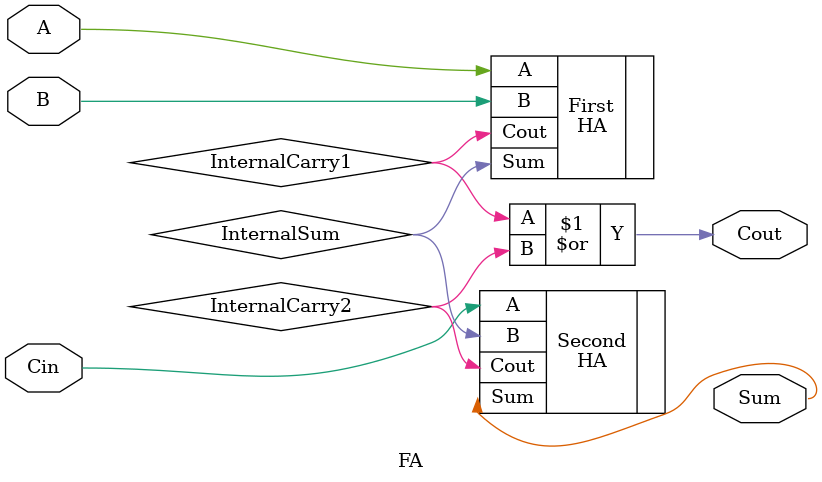
<source format=v>
`timescale 1ns / 1ps
module FA( A , B , Cin , Cout , Sum 
    );
	 
	 input A , B , Cin ;
	 output Sum , Cout ; 

	 wire InternalSum , InternalCarry1 , InternalCarry2 ;
	 
	 HA First (
    .A(A), 
    .B(B), 
    .Sum(InternalSum), 
    .Cout(InternalCarry1)
    );
	 
	  HA Second (
    .A(Cin), 
    .B(InternalSum ), 
    .Sum(Sum), 
    .Cout(InternalCarry2)
    );
	 
	 assign Cout = InternalCarry1 | InternalCarry2 ;



endmodule

</source>
